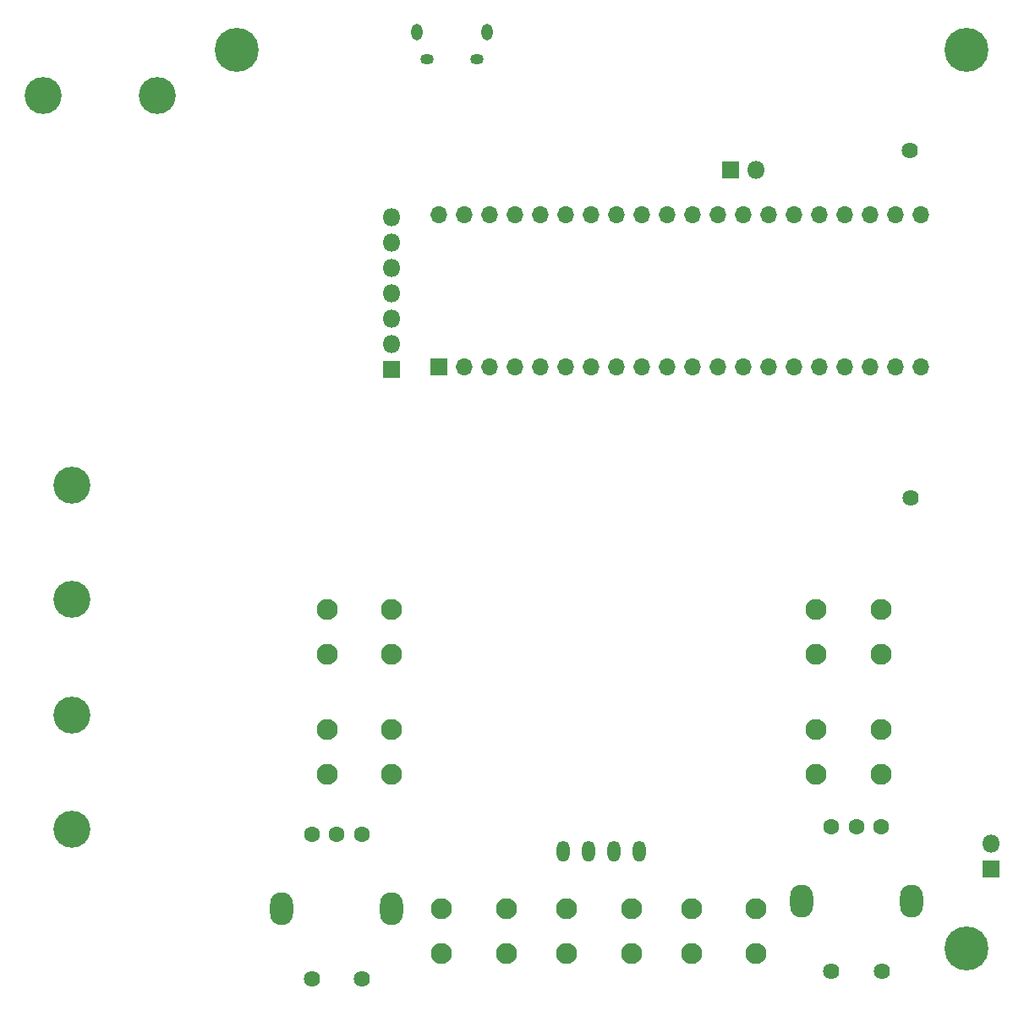
<source format=gbr>
%TF.GenerationSoftware,KiCad,Pcbnew,5.1.6*%
%TF.CreationDate,2020-08-25T13:31:23-07:00*%
%TF.ProjectId,uSDX,75534458-2e6b-4696-9361-645f70636258,2.0.3*%
%TF.SameCoordinates,Original*%
%TF.FileFunction,Soldermask,Bot*%
%TF.FilePolarity,Negative*%
%FSLAX46Y46*%
G04 Gerber Fmt 4.6, Leading zero omitted, Abs format (unit mm)*
G04 Created by KiCad (PCBNEW 5.1.6) date 2020-08-25 13:31:23*
%MOMM*%
%LPD*%
G01*
G04 APERTURE LIST*
%ADD10R,1.701600X1.701600*%
%ADD11O,1.701600X1.701600*%
%ADD12C,4.401600*%
%ADD13C,3.701600*%
%ADD14O,1.301600X2.101600*%
%ADD15C,2.101600*%
%ADD16O,2.301600X3.301600*%
%ADD17C,1.625600*%
%ADD18C,1.601600*%
%ADD19R,1.801600X1.801600*%
%ADD20O,1.801600X1.801600*%
%ADD21O,1.351600X1.051600*%
%ADD22O,1.101600X1.651600*%
G04 APERTURE END LIST*
D10*
%TO.C,U201*%
X87250000Y-108750000D03*
D11*
X135510000Y-93510000D03*
X89790000Y-108750000D03*
X132970000Y-93510000D03*
X92330000Y-108750000D03*
X130430000Y-93510000D03*
X94870000Y-108750000D03*
X127890000Y-93510000D03*
X97410000Y-108750000D03*
X125350000Y-93510000D03*
X99950000Y-108750000D03*
X122810000Y-93510000D03*
X102490000Y-108750000D03*
X120270000Y-93510000D03*
X105030000Y-108750000D03*
X117730000Y-93510000D03*
X107570000Y-108750000D03*
X115190000Y-93510000D03*
X110110000Y-108750000D03*
X112650000Y-93510000D03*
X112650000Y-108750000D03*
X110110000Y-93510000D03*
X115190000Y-108750000D03*
X107570000Y-93510000D03*
X117730000Y-108750000D03*
X105030000Y-93510000D03*
X120270000Y-108750000D03*
X102490000Y-93510000D03*
X122810000Y-108750000D03*
X99950000Y-93510000D03*
X125350000Y-108750000D03*
X97410000Y-93510000D03*
X127890000Y-108750000D03*
X94870000Y-93510000D03*
X130430000Y-108750000D03*
X92330000Y-93510000D03*
X132970000Y-108750000D03*
X89790000Y-93510000D03*
X135510000Y-108750000D03*
X87250000Y-93510000D03*
%TD*%
D12*
%TO.C,H104*%
X140000000Y-167000000D03*
%TD*%
%TO.C,H102*%
X67000000Y-77000000D03*
%TD*%
%TO.C,H101*%
X140000000Y-77000000D03*
%TD*%
D13*
%TO.C,L401*%
X59000000Y-81500000D03*
X47560000Y-81500000D03*
%TD*%
D14*
%TO.C,U203*%
X107310000Y-157230000D03*
X104770000Y-157230000D03*
X102230000Y-157230000D03*
X99690000Y-157230000D03*
%TD*%
D15*
%TO.C,SW209*%
X125000000Y-137500000D03*
X125000000Y-133000000D03*
X131500000Y-137500000D03*
X131500000Y-133000000D03*
%TD*%
%TO.C,SW208*%
X125000000Y-149500000D03*
X125000000Y-145000000D03*
X131500000Y-149500000D03*
X131500000Y-145000000D03*
%TD*%
%TO.C,SW207*%
X112500000Y-167500000D03*
X112500000Y-163000000D03*
X119000000Y-167500000D03*
X119000000Y-163000000D03*
%TD*%
%TO.C,SW206*%
X100000000Y-167500000D03*
X100000000Y-163000000D03*
X106500000Y-167500000D03*
X106500000Y-163000000D03*
%TD*%
%TO.C,SW205*%
X87500000Y-167500000D03*
X87500000Y-163000000D03*
X94000000Y-167500000D03*
X94000000Y-163000000D03*
%TD*%
%TO.C,SW204*%
X76000000Y-149500000D03*
X76000000Y-145000000D03*
X82500000Y-149500000D03*
X82500000Y-145000000D03*
%TD*%
%TO.C,SW203*%
X76000000Y-137500000D03*
X76000000Y-133000000D03*
X82500000Y-137500000D03*
X82500000Y-133000000D03*
%TD*%
D16*
%TO.C,SW202*%
X123500000Y-162250000D03*
X134500000Y-162250000D03*
D17*
X126500000Y-169250000D03*
X131540000Y-169250000D03*
D18*
X131500000Y-154750000D03*
X129000000Y-154750000D03*
X126500000Y-154750000D03*
%TD*%
D19*
%TO.C,J301*%
X82500000Y-109000000D03*
D20*
X82500000Y-106460000D03*
X82500000Y-103920000D03*
X82500000Y-101380000D03*
X82500000Y-98840000D03*
X82500000Y-96300000D03*
X82500000Y-93760000D03*
%TD*%
D16*
%TO.C,SW201*%
X71500000Y-163000000D03*
X82500000Y-163000000D03*
D17*
X74500000Y-170000000D03*
X79540000Y-170000000D03*
D18*
X79500000Y-155500000D03*
X77000000Y-155500000D03*
X74500000Y-155500000D03*
%TD*%
D17*
%TO.C,J203*%
X134450000Y-121850000D03*
%TD*%
%TO.C,J202*%
X134400000Y-87000000D03*
%TD*%
D19*
%TO.C,J201*%
X116460000Y-89000000D03*
D20*
X119000000Y-89000000D03*
%TD*%
D13*
%TO.C,L403*%
X50500000Y-132000000D03*
X50500000Y-120560000D03*
%TD*%
%TO.C,L402*%
X50500000Y-155000000D03*
X50500000Y-143560000D03*
%TD*%
D21*
%TO.C,J501*%
X91000000Y-77850000D03*
X86000000Y-77850000D03*
D22*
X92000000Y-75150000D03*
X85000000Y-75150000D03*
%TD*%
D19*
%TO.C,J101*%
X142500000Y-159000000D03*
D20*
X142500000Y-156460000D03*
%TD*%
M02*

</source>
